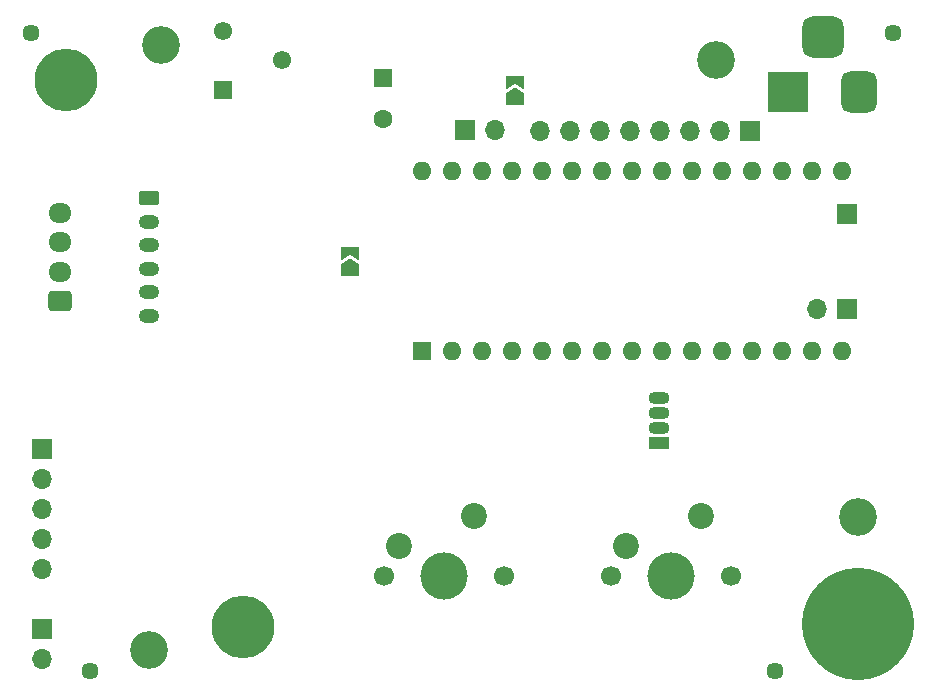
<source format=gbr>
%TF.GenerationSoftware,KiCad,Pcbnew,(5.99.0-9519-ga70106a3bd)*%
%TF.CreationDate,2021-04-17T12:18:36-04:00*%
%TF.ProjectId,Main-PCB,4d61696e-2d50-4434-922e-6b696361645f,rev?*%
%TF.SameCoordinates,Original*%
%TF.FileFunction,Soldermask,Bot*%
%TF.FilePolarity,Negative*%
%FSLAX46Y46*%
G04 Gerber Fmt 4.6, Leading zero omitted, Abs format (unit mm)*
G04 Created by KiCad (PCBNEW (5.99.0-9519-ga70106a3bd)) date 2021-04-17 12:18:36*
%MOMM*%
%LPD*%
G01*
G04 APERTURE LIST*
G04 Aperture macros list*
%AMRoundRect*
0 Rectangle with rounded corners*
0 $1 Rounding radius*
0 $2 $3 $4 $5 $6 $7 $8 $9 X,Y pos of 4 corners*
0 Add a 4 corners polygon primitive as box body*
4,1,4,$2,$3,$4,$5,$6,$7,$8,$9,$2,$3,0*
0 Add four circle primitives for the rounded corners*
1,1,$1+$1,$2,$3*
1,1,$1+$1,$4,$5*
1,1,$1+$1,$6,$7*
1,1,$1+$1,$8,$9*
0 Add four rect primitives between the rounded corners*
20,1,$1+$1,$2,$3,$4,$5,0*
20,1,$1+$1,$4,$5,$6,$7,0*
20,1,$1+$1,$6,$7,$8,$9,0*
20,1,$1+$1,$8,$9,$2,$3,0*%
%AMFreePoly0*
4,1,6,1.000000,0.000000,0.500000,-0.750000,-0.500000,-0.750000,-0.500000,0.750000,0.500000,0.750000,1.000000,0.000000,1.000000,0.000000,$1*%
%AMFreePoly1*
4,1,6,0.500000,-0.750000,-0.650000,-0.750000,-0.150000,0.000000,-0.650000,0.750000,0.500000,0.750000,0.500000,-0.750000,0.500000,-0.750000,$1*%
G04 Aperture macros list end*
%ADD10R,1.600000X1.600000*%
%ADD11C,1.600000*%
%ADD12R,1.550000X1.550000*%
%ADD13C,1.550000*%
%ADD14C,1.448000*%
%ADD15R,1.700000X1.700000*%
%ADD16O,1.700000X1.700000*%
%ADD17R,3.500000X3.500000*%
%ADD18RoundRect,0.750000X0.750000X1.000000X-0.750000X1.000000X-0.750000X-1.000000X0.750000X-1.000000X0*%
%ADD19RoundRect,0.875000X0.875000X0.875000X-0.875000X0.875000X-0.875000X-0.875000X0.875000X-0.875000X0*%
%ADD20C,3.200000*%
%ADD21R,1.800000X1.070000*%
%ADD22O,1.800000X1.070000*%
%ADD23O,1.600000X1.600000*%
%ADD24C,5.300000*%
%ADD25C,1.700000*%
%ADD26C,4.000000*%
%ADD27C,2.200000*%
%ADD28C,9.500000*%
%ADD29RoundRect,0.250000X0.725000X-0.600000X0.725000X0.600000X-0.725000X0.600000X-0.725000X-0.600000X0*%
%ADD30O,1.950000X1.700000*%
%ADD31RoundRect,0.250000X-0.625000X0.350000X-0.625000X-0.350000X0.625000X-0.350000X0.625000X0.350000X0*%
%ADD32O,1.750000X1.200000*%
%ADD33FreePoly0,90.000000*%
%ADD34FreePoly1,90.000000*%
G04 APERTURE END LIST*
D10*
%TO.C,C3*%
X31800000Y-5780000D03*
D11*
X31800000Y-9280000D03*
%TD*%
D12*
%TO.C,RV1*%
X18250000Y-6800000D03*
D13*
X23250000Y-4300000D03*
X18250000Y-1800000D03*
%TD*%
D14*
%TO.C,HT3*%
X2000000Y-2000000D03*
%TD*%
D15*
%TO.C,J6*%
X62920000Y-10280000D03*
D16*
X60380000Y-10280000D03*
X57840000Y-10280000D03*
X55300000Y-10280000D03*
X52760000Y-10280000D03*
X50220000Y-10280000D03*
X47680000Y-10280000D03*
X45140000Y-10280000D03*
%TD*%
D17*
%TO.C,J7*%
X66100000Y-7007500D03*
D18*
X72100000Y-7007500D03*
D19*
X69100000Y-2307500D03*
%TD*%
D14*
%TO.C,HT4*%
X75000000Y-2000000D03*
%TD*%
D20*
%TO.C,H5*%
X72000000Y-43000000D03*
%TD*%
D21*
%TO.C,D1*%
X55200000Y-36740000D03*
D22*
X55200000Y-35470000D03*
X55200000Y-34200000D03*
X55200000Y-32930000D03*
%TD*%
D10*
%TO.C,A1*%
X35080000Y-28950000D03*
D23*
X37620000Y-28950000D03*
X40160000Y-28950000D03*
X42700000Y-28950000D03*
X45240000Y-28950000D03*
X47780000Y-28950000D03*
X50320000Y-28950000D03*
X52860000Y-28950000D03*
X55400000Y-28950000D03*
X57940000Y-28950000D03*
X60480000Y-28950000D03*
X63020000Y-28950000D03*
X65560000Y-28950000D03*
X68100000Y-28950000D03*
X70640000Y-28950000D03*
X70640000Y-13710000D03*
X68100000Y-13710000D03*
X65560000Y-13710000D03*
X63020000Y-13710000D03*
X60480000Y-13710000D03*
X57940000Y-13710000D03*
X55400000Y-13710000D03*
X52860000Y-13710000D03*
X50320000Y-13710000D03*
X47780000Y-13710000D03*
X45240000Y-13710000D03*
X42700000Y-13710000D03*
X40160000Y-13710000D03*
X37620000Y-13710000D03*
X35080000Y-13710000D03*
%TD*%
D15*
%TO.C,J4*%
X71130000Y-25340000D03*
D16*
X68590000Y-25340000D03*
%TD*%
D14*
%TO.C,HT2*%
X65000000Y-56000000D03*
%TD*%
D24*
%TO.C,H2*%
X5000000Y-6000000D03*
%TD*%
D20*
%TO.C,H4*%
X13000000Y-3000000D03*
%TD*%
D25*
%TO.C,SW1*%
X31918125Y-47925000D03*
D26*
X36998125Y-47925000D03*
D25*
X42078125Y-47925000D03*
D27*
X39538125Y-42845000D03*
X33188125Y-45385000D03*
%TD*%
D15*
%TO.C,J5*%
X71130000Y-17340000D03*
%TD*%
D28*
%TO.C,H1*%
X72000000Y-52050000D03*
%TD*%
D29*
%TO.C,J8*%
X4505000Y-24690000D03*
D30*
X4505000Y-22190000D03*
X4505000Y-19690000D03*
X4505000Y-17190000D03*
%TD*%
D24*
%TO.C,H7*%
X20000000Y-52250000D03*
%TD*%
D20*
%TO.C,H3*%
X12000000Y-54250000D03*
%TD*%
D14*
%TO.C,HT1*%
X7000000Y-56000000D03*
%TD*%
D15*
%TO.C,J3*%
X38720000Y-10240000D03*
D16*
X41260000Y-10240000D03*
%TD*%
D31*
%TO.C,J9*%
X11970000Y-15950000D03*
D32*
X11970000Y-17950000D03*
X11970000Y-19950000D03*
X11970000Y-21950000D03*
X11970000Y-23950000D03*
X11970000Y-25950000D03*
%TD*%
D20*
%TO.C,H6*%
X60000000Y-4250000D03*
%TD*%
D15*
%TO.C,J1*%
X2970000Y-37205000D03*
D16*
X2970000Y-39745000D03*
X2970000Y-42285000D03*
X2970000Y-44825000D03*
X2970000Y-47365000D03*
%TD*%
D15*
%TO.C,J2*%
X2970000Y-52445000D03*
D16*
X2970000Y-54985000D03*
%TD*%
D25*
%TO.C,SW2*%
X61248125Y-47925000D03*
X51088125Y-47925000D03*
D26*
X56168125Y-47925000D03*
D27*
X58708125Y-42845000D03*
X52358125Y-45385000D03*
%TD*%
D33*
%TO.C,JP4*%
X29000000Y-22025000D03*
D34*
X29000000Y-20575000D03*
%TD*%
D33*
%TO.C,JP3*%
X42980000Y-7565000D03*
D34*
X42980000Y-6115000D03*
%TD*%
M02*

</source>
